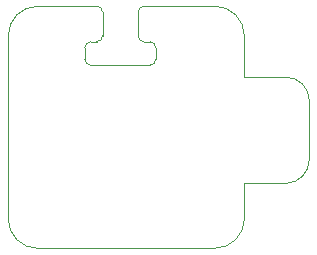
<source format=gm1>
G04 #@! TF.FileFunction,Profile,NP*
%FSLAX46Y46*%
G04 Gerber Fmt 4.6, Leading zero omitted, Abs format (unit mm)*
G04 Created by KiCad (PCBNEW 4.0.6) date Thu Nov 16 07:41:36 2017*
%MOMM*%
%LPD*%
G01*
G04 APERTURE LIST*
%ADD10C,0.100000*%
G04 APERTURE END LIST*
D10*
X87500000Y-34000000D02*
G75*
G03X85000000Y-36500000I0J-2500000D01*
G01*
X85000000Y-52000000D02*
X85000000Y-36500000D01*
X85000000Y-52000000D02*
G75*
G03X87500000Y-54500000I2500000J0D01*
G01*
X105000000Y-49000000D02*
X105000000Y-52000000D01*
X105000000Y-36500000D02*
X105000000Y-40000000D01*
X102500000Y-34000000D02*
G75*
G02X105000000Y-36500000I0J-2500000D01*
G01*
X102500000Y-54500000D02*
G75*
G03X105000000Y-52000000I0J2500000D01*
G01*
X108500000Y-40000000D02*
G75*
G02X110500000Y-42000000I0J-2000000D01*
G01*
X110500000Y-47000000D02*
G75*
G02X108500000Y-49000000I-2000000J0D01*
G01*
X110500000Y-47000000D02*
X110500000Y-42000000D01*
X105000000Y-40000000D02*
X108500000Y-40000000D01*
X105000000Y-49000000D02*
X108500000Y-49000000D01*
X102500000Y-54500000D02*
X87500000Y-54500000D01*
X96500000Y-34000000D02*
X102500000Y-34000000D01*
X87500000Y-34000000D02*
X92500000Y-34000000D01*
X93000000Y-34500000D02*
X93000000Y-36500000D01*
X96000000Y-36500000D02*
X96000000Y-34500000D01*
X96500000Y-37000000D02*
X97000000Y-37000000D01*
X92000000Y-37000000D02*
X92500000Y-37000000D01*
X92500000Y-34000000D02*
G75*
G02X93000000Y-34500000I0J-500000D01*
G01*
X96500000Y-34000000D02*
G75*
G03X96000000Y-34500000I0J-500000D01*
G01*
X96000000Y-36500000D02*
G75*
G03X96500000Y-37000000I500000J0D01*
G01*
X93000000Y-36500000D02*
G75*
G02X92500000Y-37000000I-500000J0D01*
G01*
X97000000Y-37000000D02*
G75*
G02X97500000Y-37500000I0J-500000D01*
G01*
X92000000Y-37000000D02*
G75*
G03X91500000Y-37500000I0J-500000D01*
G01*
X97500000Y-38500000D02*
X97500000Y-37500000D01*
X91500000Y-38500000D02*
X91500000Y-37500000D01*
X97500000Y-38500000D02*
G75*
G02X97000000Y-39000000I-500000J0D01*
G01*
X91500000Y-38500000D02*
G75*
G03X92000000Y-39000000I500000J0D01*
G01*
X92000000Y-39000000D02*
X97000000Y-39000000D01*
M02*

</source>
